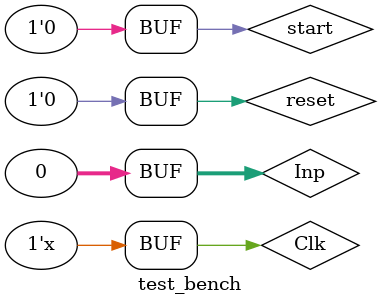
<source format=v>
`timescale 1ns / 1ps


module test_bench(  );
 parameter N = 23, M = 8, L = N+M+1, K =10, timeperiod = 100, S = $clog2(K) +1;
 reg Clk, reset, start;
 reg [L-1:0] Inp;
 wire [L-1:0] Harvest; //output
 wire [(S*K)-1:0] ranger_out;
 shell #(.Nk(N), .M(M), .L(L), .K(K))quicksort(.clk(Clk),.reset(reset),.start(start),.inp_raw(Inp),.out(Harvest),
                                                .ranger_out(ranger_out));
 
  always #(timeperiod/2) Clk = ~Clk;
  
  initial
   begin
    Clk = 0;
     reset = 1;
     start = 0;
     Inp = 0;
    #timeperiod
     reset = 0;
    #timeperiod
     start = 1;
     reset = 0;                  
    #(timeperiod/2)
     Inp = 32'h40D00000;        //#1 $6.5
    #timeperiod
     Inp = 32'h03266666 ;        //#2 $-166.399     F5999998
    #timeperiod
    
    
    reset = 1;
     start = 0;
     Inp = 0;
    #timeperiod
     reset = 0;
    #((3*timeperiod)/4)
     start = 1;
    #(timeperiod/2)
     reset = 0;
     Inp = 32'h03400000;        //#1 $6.5
     start = 0;
    #timeperiod
     Inp = 32'hACCCCCD0 ;        //#2 $-166.399     F5999998
    #timeperiod
     Inp = 32'hF57E80C8;        //#3 $-21.011
    #timeperiod
     Inp = 32'hf6000000;        //#4 $-20
    #timeperiod
     Inp = 32'h00000000;        //#5 $0
    #timeperiod
     Inp = 32'h00000000;        //#6 $18
    #timeperiod
     Inp = 32'h06000000;        //#7 $12
    #timeperiod
     Inp = 32'hff800000;        //#8 $-1
    #timeperiod
     Inp = 32'h06800000;        //#9 $13
    #timeperiod
     Inp = 32'hfb000000;        //#10 $-10
    #timeperiod
     Inp = 32'h00000000;                   //**
   end
  
endmodule


</source>
